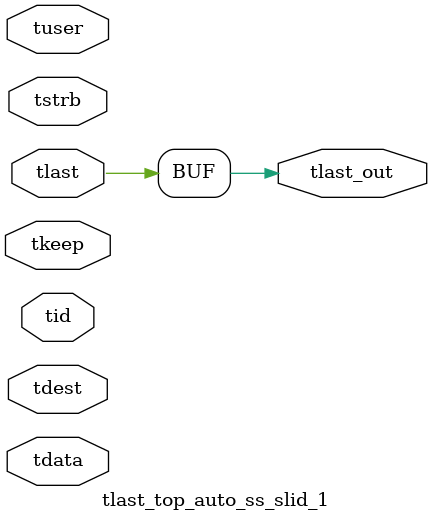
<source format=v>


`timescale 1ps/1ps

module tlast_top_auto_ss_slid_1 #
(
parameter C_S_AXIS_TID_WIDTH   = 1,
parameter C_S_AXIS_TUSER_WIDTH = 0,
parameter C_S_AXIS_TDATA_WIDTH = 0,
parameter C_S_AXIS_TDEST_WIDTH = 0
)
(
input  [(C_S_AXIS_TID_WIDTH   == 0 ? 1 : C_S_AXIS_TID_WIDTH)-1:0       ] tid,
input  [(C_S_AXIS_TDATA_WIDTH == 0 ? 1 : C_S_AXIS_TDATA_WIDTH)-1:0     ] tdata,
input  [(C_S_AXIS_TUSER_WIDTH == 0 ? 1 : C_S_AXIS_TUSER_WIDTH)-1:0     ] tuser,
input  [(C_S_AXIS_TDEST_WIDTH == 0 ? 1 : C_S_AXIS_TDEST_WIDTH)-1:0     ] tdest,
input  [(C_S_AXIS_TDATA_WIDTH/8)-1:0 ] tkeep,
input  [(C_S_AXIS_TDATA_WIDTH/8)-1:0 ] tstrb,
input  [0:0]                                                             tlast,
output                                                                   tlast_out
);

assign tlast_out = {tlast};

endmodule


</source>
